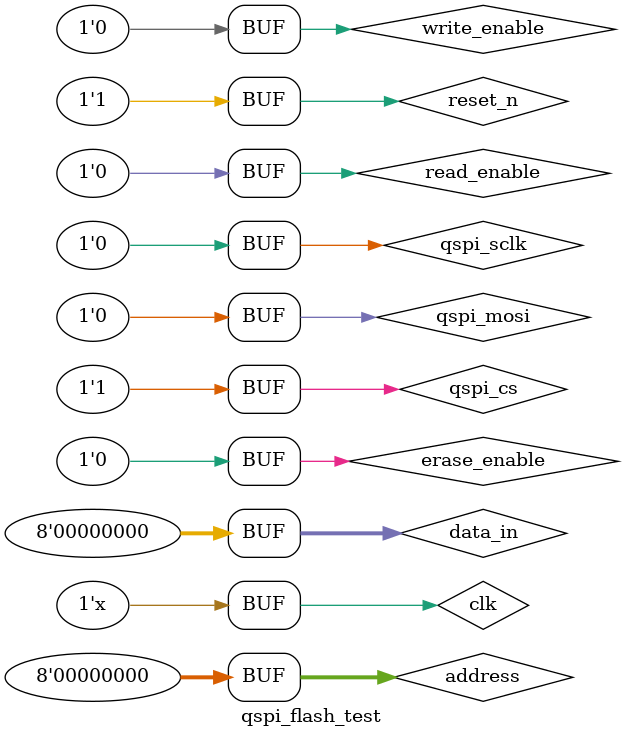
<source format=v>
module qspi_flash_test;
    reg qspi_sclk;
    reg qspi_mosi;
    wire qspi_miso;
    reg qspi_cs;
    reg reset_n;
    reg clk;
    reg write_enable;
    reg read_enable;
    reg erase_enable;
    reg [7:0] data_in;
    reg [7:0] address;
    wire [7:0] data_out;

    // Instantiate the DUT
    qspi_flash dut (
        .qspi_sclk(qspi_sclk),
        .qspi_mosi(qspi_mosi),
        .qspi_miso(qspi_miso),
        .qspi_cs(qspi_cs),
        .reset_n(reset_n),
        .clk(clk),
        .write_enable(write_enable),
        .read_enable(read_enable),
        .erase_enable(erase_enable),
        .data_in(data_in),
        .address(address),
        .data_out(data_out)
    );

    initial begin
        $dumpfile("waves.vcd");
        $dumpvars(0, qspi_flash_test);
        
        // Initialize signals
        qspi_sclk = 0;
        qspi_mosi = 0;
        qspi_cs = 1;
        reset_n = 0;
        clk = 0;
        write_enable = 0;
        read_enable = 0;
        erase_enable = 0;
        data_in = 0;
        address = 0;
        
        #10 reset_n = 1;  // Release reset after 10 time units
    end

    always #5 clk = ~clk;  // Generate clock with period of 10 time units
endmodule


</source>
